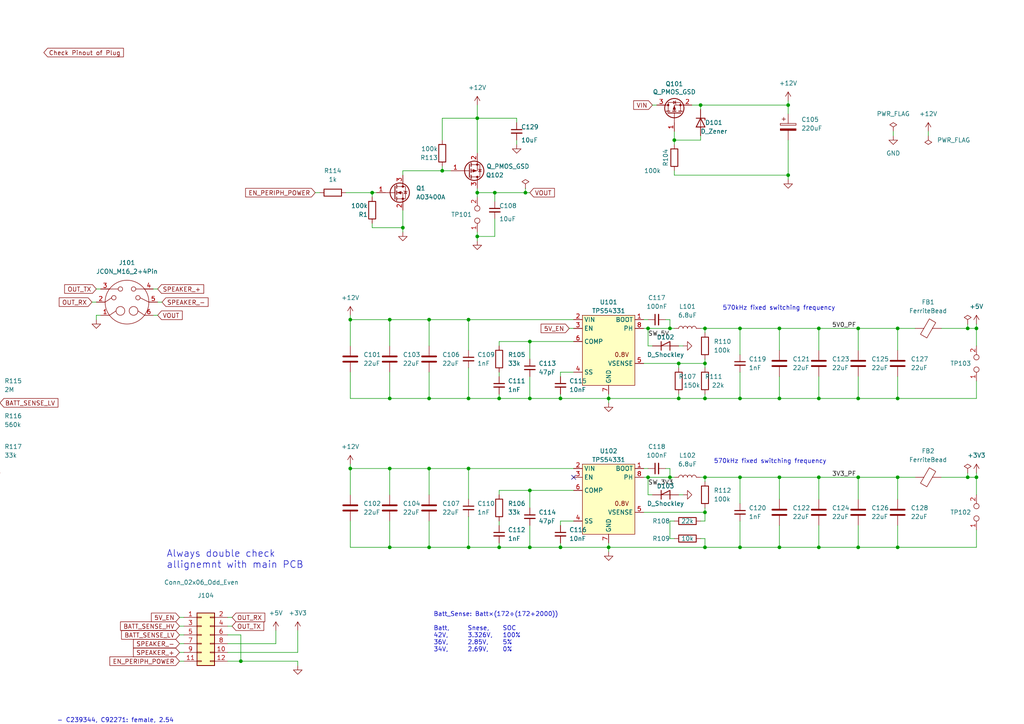
<source format=kicad_sch>
(kicad_sch (version 20230121) (generator eeschema)
  (paper "A4")
  (lib_symbols
    (symbol "+12V_1" (power) (pin_names (offset 0))
      (property "Value" "+12V_1" (at 0 3.556 0))
      (symbol "+12V_1_1_1"
        (pin power_in line (at 0 0 90) (length 0) hide (name "+12V") (number "1"))
      )
    )
    (symbol "+12V_2" (power) (pin_names (offset 0))
      (property "Value" "+12V_2" (at 0 3.556 0))
      (symbol "+12V_2_1_1"
        (pin power_in line (at 0 0 90) (length 0) hide (name "+12V") (number "1"))
      )
    )
    (symbol "+12V_3" (power) (pin_names (offset 0))
      (property "Value" "+12V_3" (at 0 3.556 0))
      (symbol "+12V_3_1_1"
        (pin power_in line (at 0 0 90) (length 0) hide (name "+12V") (number "1"))
      )
    )
    (symbol "+3V3_1" (power) (pin_names (offset 0))
      (property "Value" "+3V3_1" (at 0 3.556 0))
      (symbol "+3V3_1_1_1"
        (pin power_in line (at 0 0 90) (length 0) hide (name "+3V3") (number "1"))
      )
    )
    (symbol "+5V_1" (power) (pin_names (offset 0))
      (property "Value" "+5V_1" (at 0 3.556 0))
      (symbol "+5V_1_1_1"
        (pin power_in line (at 0 0 90) (length 0) hide (name "+5V") (number "1"))
      )
    )
    (symbol "Connector:TestPoint_2Pole" (pin_names (offset 0.762) hide)
      (property "Reference" "TP" (at 0 1.524 0))
      (property "Value" "TestPoint_2Pole" (at 0 -1.778 0))
      (symbol "TestPoint_2Pole_0_1"
        (pin passive line (at -5.08 0 0) (length 2.54) (name "1") (number "1"))
        (pin passive line (at 5.08 0 180) (length 2.54) (name "2") (number "2"))
      )
    )
    (symbol "Connector_Generic:Conn_02x06_Odd_Even" (pin_names (offset 1.016) hide)
      (property "Reference" "J" (at 1.27 7.62 0))
      (property "Value" "Conn_02x06_Odd_Even" (at 1.27 -10.16 0))
      (symbol "Conn_02x06_Odd_Even_1_1"
        (pin passive line (at -5.08 5.08 0) (length 3.81) (name "Pin_1") (number "1"))
        (pin passive line (at 7.62 -5.08 180) (length 3.81) (name "Pin_10") (number "10"))
        (pin passive line (at -5.08 -7.62 0) (length 3.81) (name "Pin_11") (number "11"))
        (pin passive line (at 7.62 -7.62 180) (length 3.81) (name "Pin_12") (number "12"))
        (pin passive line (at 7.62 5.08 180) (length 3.81) (name "Pin_2") (number "2"))
        (pin passive line (at -5.08 2.54 0) (length 3.81) (name "Pin_3") (number "3"))
        (pin passive line (at 7.62 2.54 180) (length 3.81) (name "Pin_4") (number "4"))
        (pin passive line (at -5.08 0 0) (length 3.81) (name "Pin_5") (number "5"))
        (pin passive line (at 7.62 0 180) (length 3.81) (name "Pin_6") (number "6"))
        (pin passive line (at -5.08 -2.54 0) (length 3.81) (name "Pin_7") (number "7"))
        (pin passive line (at 7.62 -2.54 180) (length 3.81) (name "Pin_8") (number "8"))
        (pin passive line (at -5.08 -5.08 0) (length 3.81) (name "Pin_9") (number "9"))
      )
    )
    (symbol "Device:C" (pin_numbers hide) (pin_names (offset 0.254))
      (property "Reference" "C" (at 0.635 2.54 0))
      (property "Value" "C" (at 0.635 -2.54 0))
      (symbol "C_1_1"
        (pin passive line (at 0 3.81 270) (length 2.794) (name "~") (number "1"))
        (pin passive line (at 0 -3.81 90) (length 2.794) (name "~") (number "2"))
      )
    )
    (symbol "Device:C_Polarized" (pin_numbers hide) (pin_names (offset 0.254))
      (property "Reference" "C" (at 0.635 2.54 0))
      (property "Value" "C_Polarized" (at 0.635 -2.54 0))
      (symbol "C_Polarized_1_1"
        (pin passive line (at 0 3.81 270) (length 2.794) (name "~") (number "1"))
        (pin passive line (at 0 -3.81 90) (length 2.794) (name "~") (number "2"))
      )
    )
    (symbol "Device:C_Small" (pin_numbers hide) (pin_names (offset 0.254) hide)
      (property "Reference" "C" (at 0.254 1.778 0))
      (property "Value" "C_Small" (at 0.254 -2.032 0))
      (symbol "C_Small_1_1"
        (pin passive line (at 0 2.54 270) (length 2.032) (name "~") (number "1"))
        (pin passive line (at 0 -2.54 90) (length 2.032) (name "~") (number "2"))
      )
    )
    (symbol "Device:D_Shockley" (pin_numbers hide) (pin_names (offset 1.016) hide)
      (property "Reference" "D" (at 0 2.54 0))
      (property "Value" "D_Shockley" (at 0 -2.54 0))
      (symbol "D_Shockley_1_1"
        (pin passive line (at -3.81 0 0) (length 2.54) (name "K") (number "1"))
        (pin passive line (at 3.81 0 180) (length 2.54) (name "A") (number "2"))
      )
    )
    (symbol "Device:D_Zener" (pin_numbers hide) (pin_names (offset 1.016) hide)
      (property "Reference" "D" (at 0 2.54 0))
      (property "Value" "D_Zener" (at 0 -2.54 0))
      (symbol "D_Zener_1_1"
        (pin passive line (at -3.81 0 0) (length 2.54) (name "K") (number "1"))
        (pin passive line (at 3.81 0 180) (length 2.54) (name "A") (number "2"))
      )
    )
    (symbol "Device:FerriteBead" (pin_numbers hide) (pin_names (offset 0))
      (property "Reference" "FB" (at -3.81 0.635 90))
      (property "Value" "FerriteBead" (at 3.81 0 90))
      (symbol "FerriteBead_1_1"
        (pin passive line (at 0 3.81 270) (length 2.54) (name "~") (number "1"))
        (pin passive line (at 0 -3.81 90) (length 2.54) (name "~") (number "2"))
      )
    )
    (symbol "Device:L" (pin_numbers hide) (pin_names (offset 1.016) hide)
      (property "Reference" "L" (at -1.27 0 90))
      (property "Value" "L" (at 1.905 0 90))
      (symbol "L_1_1"
        (pin passive line (at 0 3.81 270) (length 1.27) (name "1") (number "1"))
        (pin passive line (at 0 -3.81 90) (length 1.27) (name "2") (number "2"))
      )
    )
    (symbol "Device:Q_PMOS_GSD" (pin_names (offset 0) hide)
      (property "Reference" "Q" (at 5.08 1.27 0))
      (property "Value" "Q_PMOS_GSD" (at 5.08 -1.27 0))
      (symbol "Q_PMOS_GSD_1_1"
        (pin input line (at -5.08 0 0) (length 2.54) (name "G") (number "1"))
        (pin passive line (at 2.54 -5.08 90) (length 2.54) (name "S") (number "2"))
        (pin passive line (at 2.54 5.08 270) (length 2.54) (name "D") (number "3"))
      )
    )
    (symbol "Device:R" (pin_numbers hide) (pin_names (offset 0))
      (property "Reference" "R" (at 2.032 0 90))
      (property "Value" "R" (at 0 0 90))
      (symbol "R_1_1"
        (pin passive line (at 0 3.81 270) (length 1.27) (name "~") (number "1"))
        (pin passive line (at 0 -3.81 90) (length 1.27) (name "~") (number "2"))
      )
    )
    (symbol "GND_1" (power) (pin_names (offset 0))
      (property "Value" "GND_1" (at 0 -3.81 0))
      (symbol "GND_1_1_1"
        (pin power_in line (at 0 0 270) (length 0) hide (name "GND") (number "1"))
      )
    )
    (symbol "GND_2" (power) (pin_names (offset 0))
      (property "Value" "GND_2" (at 0 -3.81 0))
      (symbol "GND_2_1_1"
        (pin power_in line (at 0 0 270) (length 0) hide (name "GND") (number "1"))
      )
    )
    (symbol "GND_3" (power) (pin_names (offset 0))
      (property "Value" "GND_3" (at 0 -3.81 0))
      (symbol "GND_3_1_1"
        (pin power_in line (at 0 0 270) (length 0) hide (name "GND") (number "1"))
      )
    )
    (symbol "GND_4" (power) (pin_names (offset 0))
      (property "Value" "GND_4" (at 0 -3.81 0))
      (symbol "GND_4_1_1"
        (pin power_in line (at 0 0 270) (length 0) hide (name "GND") (number "1"))
      )
    )
    (symbol "GND_6" (power) (pin_names (offset 0))
      (property "Value" "GND_6" (at 0 -3.81 0))
      (symbol "GND_6_1_1"
        (pin power_in line (at 0 0 270) (length 0) hide (name "GND") (number "1"))
      )
    )
    (symbol "GND_7" (power) (pin_names (offset 0))
      (property "Value" "GND_7" (at 0 -3.81 0))
      (symbol "GND_7_1_1"
        (pin power_in line (at 0 0 270) (length 0) hide (name "GND") (number "1"))
      )
    )
    (symbol "GND_8" (power) (pin_names (offset 0))
      (property "Value" "GND_8" (at 0 -3.81 0))
      (symbol "GND_8_1_1"
        (pin power_in line (at 0 0 270) (length 0) hide (name "GND") (number "1"))
      )
    )
    (symbol "PWR_FLAG_1" (power) (pin_numbers hide) (pin_names (offset 0) hide)
      (property "Value" "PWR_FLAG_1" (at 0 3.81 0))
      (symbol "PWR_FLAG_1_0_0"
        (pin power_out line (at 0 0 90) (length 0) (name "pwr") (number "1"))
      )
    )
    (symbol "PWR_FLAG_2" (power) (pin_numbers hide) (pin_names (offset 0) hide)
      (property "Value" "PWR_FLAG_2" (at 0 3.81 0))
      (symbol "PWR_FLAG_2_0_0"
        (pin power_out line (at 0 0 90) (length 0) (name "pwr") (number "1"))
      )
    )
    (symbol "PWR_FLAG_4" (power) (pin_numbers hide) (pin_names (offset 0) hide)
      (property "Value" "PWR_FLAG_4" (at 0 3.81 0))
      (symbol "PWR_FLAG_4_0_0"
        (pin power_out line (at 0 0 90) (length 0) (name "pwr") (number "1"))
      )
    )
    (symbol "Transistor_FET:AO3400A" (pin_names hide)
      (property "Reference" "Q" (at 5.08 1.905 0))
      (property "Value" "AO3400A" (at 5.08 0 0))
      (symbol "AO3400A_1_1"
        (pin input line (at -5.08 0 0) (length 2.54) (name "G") (number "1"))
        (pin passive line (at 2.54 -5.08 90) (length 2.54) (name "S") (number "2"))
        (pin passive line (at 2.54 5.08 270) (length 2.54) (name "D") (number "3"))
      )
    )
    (symbol "cacophony-library:JCON_M16_04Pin"
      (property "Reference" "J" (at 0 11.43 0))
      (property "Value" "JCON_M16_04Pin" (at 0 8.89 0))
      (symbol "JCON_M16_04Pin_1_1"
        (pin passive line (at -8.89 6.35 0) (length 2.54) (name "") (number "1"))
        (pin passive line (at -8.89 -6.35 0) (length 2.54) (name "") (number "2"))
        (pin passive line (at 8.89 -6.35 180) (length 2.54) (name "") (number "3"))
        (pin passive line (at 8.89 6.35 180) (length 2.54) (name "") (number "4"))
      )
    )
    (symbol "cacophony-library:JCON_M16_2+4Pin"
      (property "Reference" "J" (at 0 7.62 0))
      (property "Value" "JCON_M16_2+4Pin" (at -7.62 12.7 0))
      (symbol "JCON_M16_2+4Pin_1_1"
        (pin passive line (at -7.62 -3.81 0) (length 2.54) (name "") (number "1"))
        (pin passive line (at -8.89 0 0) (length 2.54) (name "") (number "2"))
        (pin passive line (at -7.62 3.81 0) (length 2.54) (name "") (number "3"))
        (pin passive line (at 7.62 3.81 180) (length 2.54) (name "") (number "4"))
        (pin passive line (at 8.89 0 180) (length 2.54) (name "") (number "5"))
        (pin passive line (at 7.62 -3.81 180) (length 2.54) (name "") (number "6"))
      )
    )
    (symbol "cacophony-library:TPS54331"
      (property "Reference" "U" (at 1.27 1.27 0))
      (property "Value" "TPS54331" (at 1.27 -1.27 0))
      (symbol "TPS54331_0_0"
        (text "0.8V" (at 5.08 -15.24 0) (effects (font (size 1.27 1.27))))
      )
      (symbol "TPS54331_1_1"
        (pin input line (at 11.43 -5.08 180) (length 2.54) (name "BOOT") (number "1"))
        (pin input line (at -8.89 -5.08 0) (length 2.54) (name "VIN") (number "2"))
        (pin input line (at -8.89 -7.62 0) (length 2.54) (name "EN") (number "3"))
        (pin input line (at -8.89 -20.32 0) (length 2.54) (name "SS") (number "4"))
        (pin input line (at 11.43 -17.78 180) (length 2.54) (name "VSENSE") (number "5"))
        (pin input line (at -8.89 -11.43 0) (length 2.54) (name "COMP") (number "6"))
        (pin input line (at 1.27 -26.67 90) (length 2.54) (name "GND") (number "7"))
        (pin input line (at 11.43 -7.62 180) (length 2.54) (name "PH") (number "8"))
      )
    )
    (symbol "power:+12V" (power) (pin_names (offset 0))
      (property "Value" "+12V" (at 0 3.556 0))
      (symbol "+12V_1_1"
        (pin power_in line (at 0 0 90) (length 0) hide (name "+12V") (number "1"))
      )
    )
    (symbol "power:+3V3" (power) (pin_names (offset 0))
      (property "Value" "+3V3" (at 0 3.556 0))
      (symbol "+3V3_1_1"
        (pin power_in line (at 0 0 90) (length 0) hide (name "+3V3") (number "1"))
      )
    )
    (symbol "power:+5V" (power) (pin_names (offset 0))
      (property "Value" "+5V" (at 0 3.556 0))
      (symbol "+5V_1_1"
        (pin power_in line (at 0 0 90) (length 0) hide (name "+5V") (number "1"))
      )
    )
    (symbol "power:GND" (power) (pin_names (offset 0))
      (property "Value" "GND" (at 0 -3.81 0))
      (symbol "GND_1_1"
        (pin power_in line (at 0 0 270) (length 0) hide (name "GND") (number "1"))
      )
    )
    (symbol "power:PWR_FLAG" (power) (pin_numbers hide) (pin_names (offset 0) hide)
      (property "Value" "PWR_FLAG" (at 0 3.81 0))
      (symbol "PWR_FLAG_0_0"
        (pin power_out line (at 0 0 90) (length 0) (name "pwr") (number "1"))
      )
    )
  )
  (junction (at 283.21 95.25))
  (junction (at 124.46 115.57))
  (junction (at 260.35 115.57))
  (junction (at 116.84 66.04))
  (junction (at 194.31 95.25))
  (junction (at 226.06 138.43))
  (junction (at 101.6 92.71))
  (junction (at 194.31 138.43))
  (junction (at 144.78 115.57))
  (junction (at 187.96 138.43))
  (junction (at -22.86 116.84))
  (junction (at 214.63 95.25))
  (junction (at 226.06 95.25))
  (junction (at 135.89 115.57))
  (junction (at 248.92 95.25))
  (junction (at 153.67 115.57))
  (junction (at 107.95 55.88))
  (junction (at 124.46 92.71))
  (junction (at 138.43 34.29))
  (junction (at 135.89 158.75))
  (junction (at 248.92 158.75))
  (junction (at 138.43 55.88))
  (junction (at 204.47 148.59))
  (junction (at 204.47 138.43))
  (junction (at 280.67 95.25))
  (junction (at 128.27 49.53))
  (junction (at 204.47 95.25))
  (junction (at 196.85 105.41))
  (junction (at 162.56 158.75))
  (junction (at 113.03 92.71))
  (junction (at 226.06 158.75))
  (junction (at 214.63 158.75))
  (junction (at 124.46 135.89))
  (junction (at 196.85 115.57))
  (junction (at 176.53 158.75))
  (junction (at 135.89 92.71))
  (junction (at 237.49 95.25))
  (junction (at 135.89 135.89))
  (junction (at 237.49 138.43))
  (junction (at 153.67 158.75))
  (junction (at 214.63 115.57))
  (junction (at 101.6 135.89))
  (junction (at 283.21 138.43))
  (junction (at 260.35 138.43))
  (junction (at 280.67 138.43))
  (junction (at 176.53 115.57))
  (junction (at 124.46 158.75))
  (junction (at 228.6 30.48))
  (junction (at 153.67 99.06))
  (junction (at 187.96 95.25))
  (junction (at 204.47 158.75))
  (junction (at -22.86 106.68))
  (junction (at 226.06 115.57))
  (junction (at 153.67 142.24))
  (junction (at 204.47 105.41))
  (junction (at 214.63 138.43))
  (junction (at 260.35 95.25))
  (junction (at 138.43 68.58))
  (junction (at 203.2 30.48))
  (junction (at 248.92 138.43))
  (junction (at -1.27 116.84))
  (junction (at 113.03 135.89))
  (junction (at 113.03 115.57))
  (junction (at 113.03 158.75))
  (junction (at 237.49 158.75))
  (junction (at 143.51 55.88))
  (junction (at 69.85 191.77))
  (junction (at 162.56 115.57))
  (junction (at 248.92 115.57))
  (junction (at 228.6 50.8))
  (junction (at 144.78 158.75))
  (junction (at 237.49 115.57))
  (junction (at 195.58 40.64))
  (junction (at 204.47 115.57))
  (junction (at 152.4 55.88))
  (junction (at 260.35 158.75))
  (no_connect (at 166.37 138.43))
  (no_connect (at -39.37 119.38))
  (wire (pts (xy 44.45 83.82) (xy 45.72 83.82)))
  (wire (pts (xy 228.6 30.48) (xy 228.6 33.02)))
  (wire (pts (xy 214.63 151.13) (xy 214.63 158.75)))
  (wire (pts (xy 237.49 138.43) (xy 237.49 144.78)))
  (wire (pts (xy 153.67 99.06) (xy 153.67 104.14)))
  (wire (pts (xy -59.69 106.68) (xy -58.42 106.68)))
  (wire (pts (xy 26.67 87.63) (xy 27.94 87.63)))
  (wire (pts (xy 203.2 151.13) (xy 204.47 151.13)))
  (wire (pts (xy 248.92 95.25) (xy 248.92 101.6)))
  (wire (pts (xy 138.43 68.58) (xy 138.43 69.85)))
  (wire (pts (xy -22.86 134.62) (xy -22.86 135.89)))
  (wire (pts (xy 166.37 92.71) (xy 135.89 92.71)))
  (wire (pts (xy 280.67 138.43) (xy 283.21 138.43)))
  (wire (pts (xy 128.27 40.64) (xy 128.27 34.29)))
  (wire (pts (xy 67.31 179.07) (xy 66.04 179.07)))
  (wire (pts (xy 101.6 91.44) (xy 101.6 92.71)))
  (wire (pts (xy 91.44 55.88) (xy 92.71 55.88)))
  (wire (pts (xy 153.67 109.22) (xy 153.67 115.57)))
  (wire (pts (xy 214.63 138.43) (xy 214.63 146.05)))
  (wire (pts (xy 273.05 95.25) (xy 280.67 95.25)))
  (wire (pts (xy 152.4 54.61) (xy 152.4 55.88)))
  (wire (pts (xy -1.27 134.62) (xy -1.27 135.89)))
  (wire (pts (xy 204.47 96.52) (xy 204.47 95.25)))
  (wire (pts (xy 138.43 55.88) (xy 138.43 57.15)))
  (wire (pts (xy 204.47 114.3) (xy 204.47 115.57)))
  (wire (pts (xy 203.2 30.48) (xy 203.2 31.75)))
  (wire (pts (xy 52.07 179.07) (xy 53.34 179.07)))
  (wire (pts (xy 260.35 95.25) (xy 265.43 95.25)))
  (wire (pts (xy 187.96 95.25) (xy 194.31 95.25)))
  (wire (pts (xy 66.04 189.23) (xy 86.36 189.23)))
  (wire (pts (xy 166.37 95.25) (xy 165.1 95.25)))
  (wire (pts (xy 107.95 66.04) (xy 116.84 66.04)))
  (wire (pts (xy 153.67 99.06) (xy 166.37 99.06)))
  (wire (pts (xy 237.49 95.25) (xy 237.49 101.6)))
  (wire (pts (xy 86.36 191.77) (xy 69.85 191.77)))
  (wire (pts (xy 135.89 135.89) (xy 166.37 135.89)))
  (wire (pts (xy 204.47 95.25) (xy 203.2 95.25)))
  (wire (pts (xy 248.92 152.4) (xy 248.92 158.75)))
  (wire (pts (xy 186.69 105.41) (xy 196.85 105.41)))
  (wire (pts (xy 144.78 142.24) (xy 153.67 142.24)))
  (wire (pts (xy 107.95 55.88) (xy 107.95 57.15)))
  (wire (pts (xy 248.92 109.22) (xy 248.92 115.57)))
  (wire (pts (xy -1.27 115.57) (xy -1.27 116.84)))
  (wire (pts (xy 149.86 35.56) (xy 149.86 34.29)))
  (wire (pts (xy -1.27 107.95) (xy -1.27 106.68)))
  (wire (pts (xy 69.85 191.77) (xy 69.85 184.15)))
  (wire (pts (xy 128.27 49.53) (xy 128.27 48.26)))
  (wire (pts (xy 101.6 107.95) (xy 101.6 115.57)))
  (wire (pts (xy 283.21 110.49) (xy 283.21 115.57)))
  (wire (pts (xy 138.43 34.29) (xy 149.86 34.29)))
  (wire (pts (xy 189.23 30.48) (xy 190.5 30.48)))
  (wire (pts (xy 45.72 87.63) (xy 46.99 87.63)))
  (wire (pts (xy 144.78 115.57) (xy 144.78 114.3)))
  (wire (pts (xy -22.86 115.57) (xy -22.86 116.84)))
  (wire (pts (xy 144.78 100.33) (xy 144.78 99.06)))
  (wire (pts (xy 27.94 91.44) (xy 29.21 91.44)))
  (wire (pts (xy 144.78 143.51) (xy 144.78 142.24)))
  (wire (pts (xy 52.07 191.77) (xy 53.34 191.77)))
  (wire (pts (xy 162.56 115.57) (xy 162.56 114.3)))
  (wire (pts (xy 66.04 186.69) (xy 80.01 186.69)))
  (wire (pts (xy 196.85 115.57) (xy 204.47 115.57)))
  (wire (pts (xy 194.31 156.21) (xy 194.31 151.13)))
  (wire (pts (xy 52.07 189.23) (xy 53.34 189.23)))
  (wire (pts (xy 80.01 182.88) (xy 80.01 186.69)))
  (wire (pts (xy 260.35 158.75) (xy 260.35 152.4)))
  (wire (pts (xy 283.21 158.75) (xy 260.35 158.75)))
  (wire (pts (xy 283.21 93.98) (xy 283.21 95.25)))
  (wire (pts (xy 189.23 100.33) (xy 187.96 100.33)))
  (wire (pts (xy 144.78 99.06) (xy 153.67 99.06)))
  (wire (pts (xy 248.92 158.75) (xy 260.35 158.75)))
  (wire (pts (xy 204.47 105.41) (xy 204.47 104.14)))
  (wire (pts (xy 204.47 156.21) (xy 204.47 158.75)))
  (wire (pts (xy -1.27 125.73) (xy -1.27 127)))
  (wire (pts (xy 194.31 92.71) (xy 193.04 92.71)))
  (wire (pts (xy 152.4 55.88) (xy 153.67 55.88)))
  (wire (pts (xy 187.96 143.51) (xy 187.96 138.43)))
  (wire (pts (xy 237.49 138.43) (xy 248.92 138.43)))
  (wire (pts (xy 214.63 107.95) (xy 214.63 115.57)))
  (wire (pts (xy -40.64 106.68) (xy -22.86 106.68)))
  (wire (pts (xy 259.08 38.1) (xy 259.08 39.37)))
  (wire (pts (xy 204.47 138.43) (xy 214.63 138.43)))
  (wire (pts (xy 176.53 115.57) (xy 176.53 116.84)))
  (wire (pts (xy 203.2 156.21) (xy 204.47 156.21)))
  (wire (pts (xy 101.6 92.71) (xy 101.6 100.33)))
  (wire (pts (xy 162.56 152.4) (xy 162.56 151.13)))
  (wire (pts (xy 128.27 49.53) (xy 116.84 49.53)))
  (wire (pts (xy 162.56 107.95) (xy 166.37 107.95)))
  (wire (pts (xy 214.63 158.75) (xy 226.06 158.75)))
  (wire (pts (xy 200.66 30.48) (xy 203.2 30.48)))
  (wire (pts (xy 204.47 115.57) (xy 214.63 115.57)))
  (wire (pts (xy 153.67 115.57) (xy 144.78 115.57)))
  (wire (pts (xy 138.43 68.58) (xy 143.51 68.58)))
  (wire (pts (xy 248.92 138.43) (xy 260.35 138.43)))
  (wire (pts (xy 273.05 138.43) (xy 280.67 138.43)))
  (wire (pts (xy 280.67 93.98) (xy 280.67 95.25)))
  (wire (pts (xy 124.46 115.57) (xy 135.89 115.57)))
  (wire (pts (xy -59.69 107.95) (xy -59.69 106.68)))
  (wire (pts (xy 228.6 50.8) (xy 228.6 52.07)))
  (wire (pts (xy 226.06 115.57) (xy 226.06 109.22)))
  (wire (pts (xy 260.35 138.43) (xy 265.43 138.43)))
  (wire (pts (xy 194.31 95.25) (xy 194.31 92.71)))
  (wire (pts (xy 226.06 95.25) (xy 237.49 95.25)))
  (wire (pts (xy 204.47 105.41) (xy 204.47 106.68)))
  (wire (pts (xy 195.58 50.8) (xy 228.6 50.8)))
  (wire (pts (xy 101.6 158.75) (xy 113.03 158.75)))
  (wire (pts (xy 214.63 115.57) (xy 226.06 115.57)))
  (wire (pts (xy 66.04 184.15) (xy 69.85 184.15)))
  (wire (pts (xy 186.69 92.71) (xy 187.96 92.71)))
  (wire (pts (xy 237.49 115.57) (xy 237.49 109.22)))
  (wire (pts (xy 107.95 64.77) (xy 107.95 66.04)))
  (wire (pts (xy 195.58 40.64) (xy 203.2 40.64)))
  (wire (pts (xy 186.69 135.89) (xy 187.96 135.89)))
  (wire (pts (xy 186.69 138.43) (xy 187.96 138.43)))
  (wire (pts (xy 143.51 55.88) (xy 143.51 58.42)))
  (wire (pts (xy 226.06 138.43) (xy 226.06 144.78)))
  (wire (pts (xy 138.43 30.48) (xy 138.43 34.29)))
  (wire (pts (xy 204.47 139.7) (xy 204.47 138.43)))
  (wire (pts (xy 113.03 135.89) (xy 113.03 143.51)))
  (wire (pts (xy 176.53 114.3) (xy 176.53 115.57)))
  (wire (pts (xy 116.84 60.96) (xy 116.84 66.04)))
  (wire (pts (xy 86.36 189.23) (xy 86.36 182.88)))
  (wire (pts (xy 186.69 95.25) (xy 187.96 95.25)))
  (wire (pts (xy 116.84 66.04) (xy 116.84 67.31)))
  (wire (pts (xy 237.49 158.75) (xy 237.49 152.4)))
  (wire (pts (xy 27.94 92.71) (xy 27.94 91.44)))
  (wire (pts (xy 186.69 148.59) (xy 204.47 148.59)))
  (wire (pts (xy 283.21 95.25) (xy 283.21 100.33)))
  (wire (pts (xy 113.03 92.71) (xy 124.46 92.71)))
  (wire (pts (xy 162.56 151.13) (xy 166.37 151.13)))
  (wire (pts (xy 86.36 191.77) (xy 86.36 193.04)))
  (wire (pts (xy 135.89 92.71) (xy 135.89 101.6)))
  (wire (pts (xy 226.06 95.25) (xy 226.06 101.6)))
  (wire (pts (xy 135.89 158.75) (xy 144.78 158.75)))
  (wire (pts (xy 204.47 158.75) (xy 214.63 158.75)))
  (wire (pts (xy -22.86 106.68) (xy -1.27 106.68)))
  (wire (pts (xy 196.85 114.3) (xy 196.85 115.57)))
  (wire (pts (xy 138.43 67.31) (xy 138.43 68.58)))
  (wire (pts (xy 176.53 158.75) (xy 204.47 158.75)))
  (wire (pts (xy 135.89 149.86) (xy 135.89 158.75)))
  (wire (pts (xy 196.85 100.33) (xy 198.12 100.33)))
  (wire (pts (xy 204.47 95.25) (xy 214.63 95.25)))
  (wire (pts (xy 283.21 115.57) (xy 260.35 115.57)))
  (wire (pts (xy 195.58 40.64) (xy 195.58 41.91)))
  (wire (pts (xy 237.49 95.25) (xy 248.92 95.25)))
  (wire (pts (xy 280.67 95.25) (xy 283.21 95.25)))
  (wire (pts (xy 52.07 181.61) (xy 53.34 181.61)))
  (wire (pts (xy 195.58 40.64) (xy 195.58 38.1)))
  (wire (pts (xy 194.31 138.43) (xy 194.31 135.89)))
  (wire (pts (xy 248.92 115.57) (xy 260.35 115.57)))
  (wire (pts (xy 113.03 92.71) (xy 113.03 100.33)))
  (wire (pts (xy 27.94 83.82) (xy 29.21 83.82)))
  (wire (pts (xy 203.2 39.37) (xy 203.2 40.64)))
  (wire (pts (xy 194.31 138.43) (xy 195.58 138.43)))
  (wire (pts (xy 204.47 148.59) (xy 204.47 147.32)))
  (wire (pts (xy 130.81 49.53) (xy 128.27 49.53)))
  (wire (pts (xy 66.04 191.77) (xy 69.85 191.77)))
  (wire (pts (xy 204.47 148.59) (xy 204.47 151.13)))
  (wire (pts (xy 189.23 143.51) (xy 187.96 143.51)))
  (wire (pts (xy 176.53 158.75) (xy 176.53 160.02)))
  (wire (pts (xy 176.53 157.48) (xy 176.53 158.75)))
  (wire (pts (xy 144.78 151.13) (xy 144.78 152.4)))
  (wire (pts (xy 124.46 92.71) (xy 124.46 100.33)))
  (wire (pts (xy 226.06 158.75) (xy 237.49 158.75)))
  (wire (pts (xy 196.85 105.41) (xy 196.85 106.68)))
  (wire (pts (xy -22.86 106.68) (xy -22.86 107.95)))
  (wire (pts (xy 260.35 115.57) (xy 260.35 109.22)))
  (wire (pts (xy 149.86 40.64) (xy 149.86 41.91)))
  (wire (pts (xy 144.78 107.95) (xy 144.78 109.22)))
  (wire (pts (xy -1.27 116.84) (xy 0 116.84)))
  (wire (pts (xy 176.53 115.57) (xy 162.56 115.57)))
  (wire (pts (xy 194.31 95.25) (xy 195.58 95.25)))
  (wire (pts (xy 228.6 29.21) (xy 228.6 30.48)))
  (wire (pts (xy 153.67 142.24) (xy 166.37 142.24)))
  (wire (pts (xy 214.63 95.25) (xy 214.63 102.87)))
  (wire (pts (xy -40.64 119.38) (xy -39.37 119.38)))
  (wire (pts (xy 138.43 34.29) (xy 138.43 44.45)))
  (wire (pts (xy 124.46 158.75) (xy 135.89 158.75)))
  (wire (pts (xy -22.86 125.73) (xy -22.86 127)))
  (wire (pts (xy 113.03 158.75) (xy 124.46 158.75)))
  (wire (pts (xy 283.21 137.16) (xy 283.21 138.43)))
  (wire (pts (xy 124.46 135.89) (xy 124.46 143.51)))
  (wire (pts (xy 66.04 181.61) (xy 67.31 181.61)))
  (wire (pts (xy 203.2 30.48) (xy 228.6 30.48)))
  (wire (pts (xy -22.86 116.84) (xy -21.59 116.84)))
  (wire (pts (xy 124.46 92.71) (xy 135.89 92.71)))
  (wire (pts (xy 196.85 143.51) (xy 198.12 143.51)))
  (wire (pts (xy 124.46 135.89) (xy 113.03 135.89)))
  (wire (pts (xy 113.03 107.95) (xy 113.03 115.57)))
  (wire (pts (xy 228.6 50.8) (xy 228.6 40.64)))
  (wire (pts (xy 248.92 138.43) (xy 248.92 144.78)))
  (wire (pts (xy 143.51 55.88) (xy 152.4 55.88)))
  (wire (pts (xy 144.78 158.75) (xy 144.78 157.48)))
  (wire (pts (xy 237.49 158.75) (xy 248.92 158.75)))
  (wire (pts (xy 176.53 158.75) (xy 162.56 158.75)))
  (wire (pts (xy 196.85 105.41) (xy 204.47 105.41)))
  (wire (pts (xy 52.07 184.15) (xy 53.34 184.15)))
  (wire (pts (xy 162.56 109.22) (xy 162.56 107.95)))
  (wire (pts (xy -22.86 116.84) (xy -22.86 118.11)))
  (wire (pts (xy 101.6 135.89) (xy 101.6 143.51)))
  (wire (pts (xy 113.03 151.13) (xy 113.03 158.75)))
  (wire (pts (xy 135.89 115.57) (xy 144.78 115.57)))
  (wire (pts (xy 226.06 115.57) (xy 237.49 115.57)))
  (wire (pts (xy 194.31 151.13) (xy 195.58 151.13)))
  (wire (pts (xy 194.31 135.89) (xy 193.04 135.89)))
  (wire (pts (xy 214.63 95.25) (xy 226.06 95.25)))
  (wire (pts (xy 153.67 152.4) (xy 153.67 158.75)))
  (wire (pts (xy 143.51 68.58) (xy 143.51 63.5)))
  (wire (pts (xy 237.49 115.57) (xy 248.92 115.57)))
  (wire (pts (xy 280.67 137.16) (xy 280.67 138.43)))
  (wire (pts (xy 214.63 138.43) (xy 226.06 138.43)))
  (wire (pts (xy 153.67 142.24) (xy 153.67 147.32)))
  (wire (pts (xy 124.46 107.95) (xy 124.46 115.57)))
  (wire (pts (xy -1.27 116.84) (xy -1.27 118.11)))
  (wire (pts (xy 260.35 138.43) (xy 260.35 144.78)))
  (wire (pts (xy 124.46 151.13) (xy 124.46 158.75)))
  (wire (pts (xy 101.6 151.13) (xy 101.6 158.75)))
  (wire (pts (xy 135.89 135.89) (xy 135.89 144.78)))
  (wire (pts (xy 176.53 115.57) (xy 196.85 115.57)))
  (wire (pts (xy 269.24 38.1) (xy 269.24 39.37)))
  (wire (pts (xy 187.96 100.33) (xy 187.96 95.25)))
  (wire (pts (xy 204.47 138.43) (xy 203.2 138.43)))
  (wire (pts (xy 138.43 55.88) (xy 143.51 55.88)))
  (wire (pts (xy 248.92 95.25) (xy 260.35 95.25)))
  (wire (pts (xy 135.89 106.68) (xy 135.89 115.57)))
  (wire (pts (xy 113.03 92.71) (xy 101.6 92.71)))
  (wire (pts (xy 101.6 115.57) (xy 113.03 115.57)))
  (wire (pts (xy 101.6 134.62) (xy 101.6 135.89)))
  (wire (pts (xy 226.06 158.75) (xy 226.06 152.4)))
  (wire (pts (xy 162.56 158.75) (xy 153.67 158.75)))
  (wire (pts (xy -59.69 119.38) (xy -58.42 119.38)))
  (wire (pts (xy 100.33 55.88) (xy 107.95 55.88)))
  (wire (pts (xy 135.89 135.89) (xy 124.46 135.89)))
  (wire (pts (xy 153.67 158.75) (xy 144.78 158.75)))
  (wire (pts (xy 113.03 115.57) (xy 124.46 115.57)))
  (wire (pts (xy 44.45 91.44) (xy 45.72 91.44)))
  (wire (pts (xy 138.43 54.61) (xy 138.43 55.88)))
  (wire (pts (xy 52.07 186.69) (xy 53.34 186.69)))
  (wire (pts (xy 260.35 95.25) (xy 260.35 101.6)))
  (wire (pts (xy 187.96 138.43) (xy 194.31 138.43)))
  (wire (pts (xy 107.95 55.88) (xy 109.22 55.88)))
  (wire (pts (xy 195.58 156.21) (xy 194.31 156.21)))
  (wire (pts (xy 283.21 153.67) (xy 283.21 158.75)))
  (wire (pts (xy 162.56 115.57) (xy 153.67 115.57)))
  (wire (pts (xy 283.21 143.51) (xy 283.21 138.43)))
  (wire (pts (xy 116.84 49.53) (xy 116.84 50.8)))
  (wire (pts (xy 162.56 158.75) (xy 162.56 157.48)))
  (wire (pts (xy 128.27 34.29) (xy 138.43 34.29)))
  (wire (pts (xy 101.6 135.89) (xy 113.03 135.89)))
  (wire (pts (xy 226.06 138.43) (xy 237.49 138.43)))
  (wire (pts (xy 195.58 49.53) (xy 195.58 50.8)))
  (text_box "BATT_SENSE_HV (150+22)/(2000+150+22)\nBATT_SENSE_LV (560+33)/(2000+150+22)\n" (at -48.26 74.93 0) (size 41.91 12.7) (fill (type color) (color 255 229 191 1)) (effects (font (size 1.27 1.27)) (justify left top)))
  (text "570kHz fixed switching frequency" (at 207.01 134.62 0) (effects (font (size 1.27 1.27)) (justify left bottom)))
  (text "Always double check \nallignemnt with main PCB" (at 48.26 165.1 0) (effects (font (size 2 2)) (justify left bottom)))
  (text "- C239344, C92271: female, 2.54 \n- C239355: angled, female, 2.54, \n- C239335: angled, male, 2.54\n- BF060-08A-B-0600-0280-0305-L-D: angled, male, 2mm, 6mm mating length" (at 16.51 215.9 0) (effects (font (size 1.27 1.27)) (justify left bottom)))
  (text "Batt_Sense: Batt×(172÷(172+2000))\n\nBatt,	Snese,	SOC\n42V, 	3.326V,	100%\n36V, 	2.85V,	5%\n34V, 	2.69V,	0%\n" (at 125.73 189.23 0) (effects (font (size 1.27 1.27)) (justify left bottom)))
  (text "570kHz fixed switching frequency" (at 209.55 90.17 0) (effects (font (size 1.27 1.27)) (justify left bottom)))
  (label "SW_3V3" (at 187.96 140.97 0))
  (label "5V0_PF" (at 241.3 95.25 0))
  (label "Ch_GND" (at -39.37 119.38 0))
  (label "SW_5V" (at 187.96 97.79 0))
  (label "3V3_PF" (at 241.3 138.43 0))
  (label "+Batt" (at -39.37 106.68 0))
  (global_label "VOUT" (shape input) (at 153.67 55.88 0) (property "Intersheetrefs" "${INTERSHEET_REFS}" (effects hide)))
  (global_label "5V_EN" (shape input) (at 165.1 95.25 180) (property "Intersheetrefs" "${INTERSHEET_REFS}" (effects hide)))
  (global_label "SPEAKER_-" (shape input) (at 46.99 87.63 0) (property "Intersheetrefs" "${INTERSHEET_REFS}" (effects hide)))
  (global_label "SPEAKER_-" (shape input) (at 52.07 186.69 180) (property "Intersheetrefs" "${INTERSHEET_REFS}" (effects hide)))
  (global_label "BATT_SENSE_LV" (shape input) (at 0 116.84 0) (property "Intersheetrefs" "${INTERSHEET_REFS}" (effects hide)))
  (global_label "SPEAKER_+" (shape input) (at 52.07 189.23 180) (property "Intersheetrefs" "${INTERSHEET_REFS}" (effects hide)))
  (global_label "EN_PERIPH_POWER" (shape input) (at 91.44 55.88 180) (property "Intersheetrefs" "${INTERSHEET_REFS}" (effects hide)))
  (global_label "Check Pinout of Plug" (shape input) (at 12.7 15.24 0) (property "Intersheetrefs" "${INTERSHEET_REFS}" (effects hide)))
  (global_label "VIN" (shape input) (at -59.69 119.38 180) (property "Intersheetrefs" "${INTERSHEET_REFS}" (effects hide)))
  (global_label "OUT_RX" (shape input) (at 26.67 87.63 180) (property "Intersheetrefs" "${INTERSHEET_REFS}" (effects hide)))
  (global_label "VOUT" (shape input) (at 45.72 91.44 0) (property "Intersheetrefs" "${INTERSHEET_REFS}" (effects hide)))
  (global_label "OUT_RX" (shape input) (at 67.31 179.07 0) (property "Intersheetrefs" "${INTERSHEET_REFS}" (effects hide)))
  (global_label "BATT_SENSE_HV" (shape input) (at 52.07 181.61 180) (property "Intersheetrefs" "${INTERSHEET_REFS}" (effects hide)))
  (global_label "OUT_TX" (shape input) (at 67.31 181.61 0) (property "Intersheetrefs" "${INTERSHEET_REFS}" (effects hide)))
  (global_label "EN_PERIPH_POWER" (shape input) (at 52.07 191.77 180) (property "Intersheetrefs" "${INTERSHEET_REFS}" (effects hide)))
  (global_label "BATT_SENSE_HV" (shape input) (at -21.59 116.84 0) (property "Intersheetrefs" "${INTERSHEET_REFS}" (effects hide)))
  (global_label "VIN" (shape input) (at 189.23 30.48 180) (property "Intersheetrefs" "${INTERSHEET_REFS}" (effects hide)))
  (global_label "OUT_TX" (shape input) (at 27.94 83.82 180) (property "Intersheetrefs" "${INTERSHEET_REFS}" (effects hide)))
  (global_label "BATT_SENSE_LV" (shape input) (at 52.07 184.15 180) (property "Intersheetrefs" "${INTERSHEET_REFS}" (effects hide)))
  (global_label "5V_EN" (shape input) (at 52.07 179.07 180) (property "Intersheetrefs" "${INTERSHEET_REFS}" (effects hide)))
  (global_label "SPEAKER_+" (shape input) (at 45.72 83.82 0) (property "Intersheetrefs" "${INTERSHEET_REFS}" (effects hide)))
  (symbol (lib_id "Device:D_Shockley") (at 193.04 100.33 0) (unit 1)
    (property "Reference" "D102" (at 193.04 97.79 0))
    (property "Value" "D_Shockley" (at 193.04 102.87 0))
    (property "Footprint" "Diode_SMD:D_SMA" (effects hide))
    (property "LCSC" "C22452" (effects hide))
  )
  (symbol (lib_id "power:GND") (at 86.36 193.04 0) (mirror y) (unit 1)
    (property "Reference" "#PWR03" (effects hide))
    (property "Value" "GND" (effects hide))
  )
  (symbol (lib_name "PWR_FLAG_1") (lib_id "power:PWR_FLAG") (at 259.08 38.1 0) (unit 1)
    (property "Reference" "#FLG0102" (effects hide))
    (property "Value" "PWR_FLAG" (at 259.08 33.02 0))
  )
  (symbol (lib_name "GND_8") (lib_id "power:GND") (at -1.27 135.89 0) (unit 1)
    (property "Reference" "#PWR0104" (effects hide))
    (property "Value" "GND" (effects hide))
  )
  (symbol (lib_id "Device:C") (at 101.6 104.14 0) (unit 1)
    (property "Reference" "C101" (at 105.41 102.8699 0) (effects (justify left)))
    (property "Value" "22uF" (at 105.41 105.4099 0) (effects (justify left)))
    (property "Footprint" "Capacitor_SMD:C_0805_2012Metric" (effects hide))
    (property "LCSC" "C602037" (effects hide))
  )
  (symbol (lib_id "Device:C") (at 226.06 105.41 0) (unit 1)
    (property "Reference" "C121" (at 229.87 104.1399 0) (effects (justify left)))
    (property "Value" "22uF" (at 229.87 106.6799 0) (effects (justify left)))
    (property "Footprint" "Capacitor_SMD:C_0603_1608Metric" (effects hide))
    (property "LCSC" "C2980159" (effects hide))
  )
  (symbol (lib_id "Device:C") (at 226.06 148.59 0) (unit 1)
    (property "Reference" "C122" (at 229.87 147.3199 0) (effects (justify left)))
    (property "Value" "22uF" (at 229.87 149.8599 0) (effects (justify left)))
    (property "Footprint" "Capacitor_SMD:C_0603_1608Metric" (effects hide))
    (property "LCSC" "C2980159" (effects hide))
  )
  (symbol (lib_id "Device:R") (at 204.47 100.33 0) (unit 1)
    (property "Reference" "R110" (at 207.01 99.0599 0) (effects (justify left)))
    (property "Value" "100k" (at 207.01 101.5999 0) (effects (justify left)))
    (property "Footprint" "Resistor_SMD:R_0402_1005Metric" (effects hide))
    (property "LCSC" "C25741" (effects hide))
  )
  (symbol (lib_id "Device:L") (at 199.39 138.43 90) (unit 1)
    (property "Reference" "L102" (at 199.39 132.08 90))
    (property "Value" "6.8uF" (at 199.39 134.62 90))
    (property "Footprint" "cacophony-library:IND-SMD_L8.0-W8.0_1217AS" (effects hide))
    (property "LCSC" "C83465" (effects hide))
  )
  (symbol (lib_id "power:GND") (at 138.43 69.85 0) (unit 1)
    (property "Reference" "#PWR0124" (effects hide))
    (property "Value" "GND" (effects hide))
  )
  (symbol (lib_id "power:PWR_FLAG") (at 280.67 137.16 0) (unit 1)
    (property "Reference" "#FLG0105" (effects hide))
    (property "Value" "PWR_FLAG" (effects hide))
  )
  (symbol (lib_id "Device:Q_PMOS_GSD") (at 195.58 33.02 90) (unit 1)
    (property "Reference" "Q101" (at 195.58 24.3332 90))
    (property "Value" "Q_PMOS_GSD" (at 195.58 26.67 90))
    (property "Footprint" "Package_TO_SOT_SMD:SOT-23" (effects hide))
    (property "LCSC" "C15127" (effects hide))
  )
  (symbol (lib_id "Device:C") (at 260.35 105.41 0) (unit 1)
    (property "Reference" "C127" (at 264.16 104.1399 0) (effects (justify left)))
    (property "Value" "22uF" (at 264.16 106.6799 0) (effects (justify left)))
    (property "Footprint" "Capacitor_SMD:C_0603_1608Metric" (effects hide))
    (property "LCSC" "C2980159" (effects hide))
  )
  (symbol (lib_id "Device:C_Small") (at 190.5 92.71 90) (unit 1)
    (property "Reference" "C117" (at 190.5063 86.36 90))
    (property "Value" "100nF" (at 190.5063 88.9 90))
    (property "Footprint" "Capacitor_SMD:C_0402_1005Metric" (effects hide))
    (property "LCSC" "C307331" (effects hide))
  )
  (symbol (lib_id "power:GND") (at 116.84 67.31 0) (unit 1)
    (property "Reference" "#PWR0102" (effects hide))
    (property "Value" "GND" (effects hide))
  )
  (symbol (lib_id "Device:C") (at 124.46 147.32 0) (unit 1)
    (property "Reference" "C107" (at 128.27 146.0499 0) (effects (justify left)))
    (property "Value" "22uF" (at 128.27 148.5899 0) (effects (justify left)))
    (property "Footprint" "Capacitor_SMD:C_0805_2012Metric" (effects hide))
    (property "LCSC" "C602037" (effects hide))
  )
  (symbol (lib_name "GND_2") (lib_id "power:GND") (at 228.6 52.07 0) (unit 1)
    (property "Reference" "#PWR0110" (effects hide))
    (property "Value" "GND" (effects hide))
  )
  (symbol (lib_name "+5V_1") (lib_id "power:+5V") (at 283.21 93.98 0) (unit 1)
    (property "Reference" "#PWR0117" (effects hide))
    (property "Value" "+5V" (at 283.21 88.9 0))
  )
  (symbol (lib_id "Device:C") (at 124.46 104.14 0) (unit 1)
    (property "Reference" "C106" (at 128.27 102.8699 0) (effects (justify left)))
    (property "Value" "22uF" (at 128.27 105.4099 0) (effects (justify left)))
    (property "Footprint" "Capacitor_SMD:C_0805_2012Metric" (effects hide))
    (property "LCSC" "C602037" (effects hide))
  )
  (symbol (lib_id "Device:C_Small") (at 153.67 106.68 0) (unit 1)
    (property "Reference" "C113" (at 156.21 105.4162 0) (effects (justify left)))
    (property "Value" "47pF" (at 156.21 107.9562 0) (effects (justify left)))
    (property "Footprint" "Capacitor_SMD:C_0402_1005Metric" (effects hide))
    (property "LCSC" "C1567" (effects hide))
  )
  (symbol (lib_id "Connector_Generic:Conn_02x06_Odd_Even") (at 58.42 184.15 0) (unit 1)
    (property "Reference" "J104" (at 59.69 172.72 0))
    (property "Value" "Conn_02x06_Odd_Even" (at 58.42 168.91 0))
    (property "Footprint" "cacophony-library:PinHeader_2x06_P2.00mm_Horizontal" (effects hide))
    (property "Digikey" "2073-BF060-12A-B-0600-0280-0305-L-D-ND" (effects hide))
  )
  (symbol (lib_name "GND_1") (lib_id "power:GND") (at 259.08 39.37 0) (unit 1)
    (property "Reference" "#PWR0115" (effects hide))
    (property "Value" "GND" (at 259.08 44.45 0))
  )
  (symbol (lib_id "Device:R") (at -22.86 121.92 0) (unit 1)
    (property "Reference" "R102" (at -20.32 120.6499 0) (effects (justify left)))
    (property "Value" "150k" (at -20.32 123.1899 0) (effects (justify left)))
    (property "Footprint" "Resistor_SMD:R_0805_2012Metric" (effects hide))
    (property "LCSC" "C136927" (effects hide))
  )
  (symbol (lib_id "power:GND") (at -59.69 107.95 0) (unit 1)
    (property "Reference" "#PWR0103" (effects hide))
    (property "Value" "GND" (at -59.69 113.03 0))
  )
  (symbol (lib_id "Device:C") (at 113.03 147.32 0) (unit 1)
    (property "Reference" "C104" (at 116.84 146.0499 0) (effects (justify left)))
    (property "Value" "22uF" (at 116.84 148.5899 0) (effects (justify left)))
    (property "Footprint" "Capacitor_SMD:C_0805_2012Metric" (effects hide))
    (property "LCSC" "C602037" (effects hide))
  )
  (symbol (lib_id "Device:R") (at 204.47 143.51 0) (unit 1)
    (property "Reference" "R112" (at 207.01 142.2399 0) (effects (justify left)))
    (property "Value" "100k" (at 207.01 144.7799 0) (effects (justify left)))
    (property "Footprint" "Resistor_SMD:R_0402_1005Metric" (effects hide))
    (property "LCSC" "C25741" (effects hide))
  )
  (symbol (lib_id "Device:C_Small") (at 162.56 154.94 0) (unit 1)
    (property "Reference" "C116" (at 165.1 153.6762 0) (effects (justify left)))
    (property "Value" "10nF" (at 165.1 156.2162 0) (effects (justify left)))
    (property "Footprint" "Capacitor_SMD:C_0402_1005Metric" (effects hide))
    (property "LCSC" "C15195" (effects hide))
  )
  (symbol (lib_id "Device:C") (at 101.6 147.32 0) (unit 1)
    (property "Reference" "C102" (at 105.41 146.0499 0) (effects (justify left)))
    (property "Value" "22uF" (at 105.41 148.5899 0) (effects (justify left)))
    (property "Footprint" "Capacitor_SMD:C_0805_2012Metric" (effects hide))
    (property "LCSC" "C602037" (effects hide))
  )
  (symbol (lib_id "Device:R") (at 144.78 147.32 0) (unit 1)
    (property "Reference" "R106" (at 147.32 146.0499 0) (effects (justify left)))
    (property "Value" "33k" (at 147.32 148.59 0) (effects (justify left)))
    (property "Footprint" "Resistor_SMD:R_0402_1005Metric" (effects hide))
    (property "LCSC" "C25779" (effects hide))
  )
  (symbol (lib_name "GND_8") (lib_id "power:GND") (at -22.86 135.89 0) (unit 1)
    (property "Reference" "#PWR0106" (effects hide))
    (property "Value" "GND" (effects hide))
  )
  (symbol (lib_name "PWR_FLAG_2") (lib_id "power:PWR_FLAG") (at 269.24 39.37 180) (unit 1)
    (property "Reference" "#FLG0103" (effects hide))
    (property "Value" "PWR_FLAG" (at 271.78 40.6399 0) (effects (justify right)))
  )
  (symbol (lib_id "Connector:TestPoint_2Pole") (at 283.21 105.41 90) (unit 1) (in_bom no)
    (property "Reference" "TP103" (at 275.59 105.41 90) (effects (justify right)))
    (property "Value" "TestPoint_2Pole" (effects hide))
    (property "Footprint" "cacophony-library:test-point-2p" (effects hide))
  )
  (symbol (lib_id "Device:R") (at 199.39 151.13 90) (unit 1)
    (property "Reference" "R108" (at 191.77 151.13 90))
    (property "Value" "22k" (at 199.39 151.13 90))
    (property "Footprint" "Resistor_SMD:R_0402_1005Metric" (effects hide))
    (property "LCSC" "C25768" (effects hide))
  )
  (symbol (lib_id "power:+5V") (at 80.01 182.88 0) (unit 1)
    (property "Reference" "#PWR01" (effects hide))
    (property "Value" "+5V" (at 80.01 177.8 0))
  )
  (symbol (lib_id "Device:C_Small") (at 214.63 148.59 0) (unit 1)
    (property "Reference" "C120" (at 217.17 147.3262 0) (effects (justify left)))
    (property "Value" "1nF" (at 217.17 149.8662 0) (effects (justify left)))
    (property "Footprint" "Capacitor_SMD:C_0402_1005Metric" (effects hide))
    (property "LCSC" "C1523" (effects hide))
  )
  (symbol (lib_id "Device:C_Small") (at 135.89 147.32 0) (unit 1)
    (property "Reference" "C110" (at 138.43 146.0562 0) (effects (justify left)))
    (property "Value" "1nF" (at 138.43 148.5962 0) (effects (justify left)))
    (property "Footprint" "Capacitor_SMD:C_0402_1005Metric" (effects hide))
    (property "LCSC" "C1523" (effects hide))
  )
  (symbol (lib_id "power:+3V3") (at 86.36 182.88 0) (unit 1)
    (property "Reference" "#PWR02" (effects hide))
    (property "Value" "+3V3" (at 86.36 177.8 0))
  )
  (symbol (lib_id "Device:C_Small") (at 162.56 111.76 0) (unit 1)
    (property "Reference" "C115" (at 165.1 110.4962 0) (effects (justify left)))
    (property "Value" "10nF" (at 165.1 113.0362 0) (effects (justify left)))
    (property "Footprint" "Capacitor_SMD:C_0402_1005Metric" (effects hide))
    (property "LCSC" "C15195" (effects hide))
  )
  (symbol (lib_id "Device:D_Zener") (at 203.2 35.56 270) (unit 1)
    (property "Reference" "D101" (at 204.47 35.56 90) (effects (justify left)))
    (property "Value" "D_Zener" (at 203.2 38.1 90) (effects (justify left)))
    (property "Footprint" "cacophony-library:LL-34_L3.5-W1.5-RD" (effects hide))
    (property "LCSC" "C8062" (effects hide))
  )
  (symbol (lib_id "Device:R") (at 144.78 104.14 0) (unit 1)
    (property "Reference" "R105" (at 147.32 102.8699 0) (effects (justify left)))
    (property "Value" "33k" (at 147.32 105.41 0) (effects (justify left)))
    (property "Footprint" "Resistor_SMD:R_0402_1005Metric" (effects hide))
    (property "LCSC" "C25779" (effects hide))
  )
  (symbol (lib_id "Device:R") (at 196.85 110.49 180) (unit 1)
    (property "Reference" "R107" (at 199.39 109.22 0))
    (property "Value" "150k" (at 200.66 111.76 0))
    (property "Footprint" "Resistor_SMD:R_0402_1005Metric" (effects hide))
    (property "LCSC" "C25755" (effects hide))
  )
  (symbol (lib_name "+3V3_1") (lib_id "power:+3V3") (at 283.21 137.16 0) (unit 1)
    (property "Reference" "#PWR0118" (effects hide))
    (property "Value" "+3V3" (at 283.21 132.08 0))
  )
  (symbol (lib_id "Connector:TestPoint_2Pole") (at 138.43 62.23 90) (unit 1) (in_bom no)
    (property "Reference" "TP101" (at 130.81 62.23 90) (effects (justify right)))
    (property "Value" "TestPoint_2Pole" (effects hide))
    (property "Footprint" "cacophony-library:test-point-2p" (effects hide))
  )
  (symbol (lib_id "Device:C_Small") (at 144.78 154.94 0) (unit 1)
    (property "Reference" "C112" (at 147.32 153.6762 0) (effects (justify left)))
    (property "Value" "1nF" (at 147.32 156.2162 0) (effects (justify left)))
    (property "Footprint" "Capacitor_SMD:C_0402_1005Metric" (effects hide))
    (property "LCSC" "C1523" (effects hide))
  )
  (symbol (lib_id "Device:C_Small") (at 144.78 111.76 0) (unit 1)
    (property "Reference" "C111" (at 147.32 110.4962 0) (effects (justify left)))
    (property "Value" "1nF" (at 147.32 113.0362 0) (effects (justify left)))
    (property "Footprint" "Capacitor_SMD:C_0402_1005Metric" (effects hide))
    (property "LCSC" "C1523" (effects hide))
  )
  (symbol (lib_name "GND_2") (lib_id "power:GND") (at 27.94 92.71 0) (unit 1)
    (property "Reference" "#PWR0122" (effects hide))
    (property "Value" "GND" (effects hide))
  )
  (symbol (lib_id "Device:R") (at 195.58 45.72 0) (unit 1)
    (property "Reference" "R104" (at 193.04 45.72 90))
    (property "Value" "100k" (at 189.23 49.53 0))
    (property "Footprint" "Resistor_SMD:R_0402_1005Metric" (effects hide))
    (property "LCSC" "C25741" (effects hide))
  )
  (symbol (lib_id "Device:C_Small") (at 153.67 149.86 0) (unit 1)
    (property "Reference" "C114" (at 156.21 148.5962 0) (effects (justify left)))
    (property "Value" "47pF" (at 156.21 151.1362 0) (effects (justify left)))
    (property "Footprint" "Capacitor_SMD:C_0402_1005Metric" (effects hide))
    (property "LCSC" "C1567" (effects hide))
  )
  (symbol (lib_id "cacophony-library:TPS54331") (at 175.26 87.63 0) (unit 1)
    (property "Reference" "U101" (at 176.53 87.63 0))
    (property "Value" "TPS54331" (at 176.53 90.17 0))
    (property "Footprint" "Package_SO:SO-8_3.9x4.9mm_P1.27mm" (effects hide))
    (property "Datasheet" "https://www.ti.com/lit/ds/symlink/tps54331.pdf?ts=1645414638128&ref_url=https%253A%252F%252Fwww.ti.com%252Fproduct%252FTPS54331%253Futm_source%253Dsupplyframe%2526utm_medium%253DSEP%2526utm_campaign%253Dnot_alldatasheet%2526DCM%253Dyes%2526dclid%253DCK-A3uLgj_YCFfKeSwUdmicKLQ" (effects hide))
    (property "LCSC" "C9865" (effects hide))
  )
  (symbol (lib_id "Connector:TestPoint_2Pole") (at 283.21 148.59 90) (unit 1) (in_bom no)
    (property "Reference" "TP102" (at 275.59 148.59 90) (effects (justify right)))
    (property "Value" "TestPoint_2Pole" (effects hide))
    (property "Footprint" "cacophony-library:test-point-2p" (effects hide))
  )
  (symbol (lib_id "Device:R") (at -1.27 111.76 0) (unit 1)
    (property "Reference" "R115" (at 1.27 110.4899 0) (effects (justify left)))
    (property "Value" "2M" (at 1.27 113.0299 0) (effects (justify left)))
    (property "Footprint" "Resistor_SMD:R_1210_3225Metric" (effects hide))
    (property "LCSC" "C304148" (effects hide))
  )
  (symbol (lib_id "Device:C_Polarized") (at 228.6 36.83 0) (unit 1)
    (property "Reference" "C105" (at 232.41 34.6709 0) (effects (justify left)))
    (property "Value" "220uF" (at 232.41 37.2109 0) (effects (justify left)))
    (property "Footprint" "Capacitor_SMD:CP_Elec_8x10" (effects hide))
    (property "LCSC" "C2895286" (effects hide))
  )
  (symbol (lib_id "Device:R") (at -22.86 130.81 0) (unit 1)
    (property "Reference" "R103" (at -20.32 129.5399 0) (effects (justify left)))
    (property "Value" "22k" (at -20.32 132.0799 0) (effects (justify left)))
    (property "Footprint" "Resistor_SMD:R_0805_2012Metric" (effects hide))
    (property "LCSC" "C351592" (effects hide))
  )
  (symbol (lib_id "Device:C") (at 237.49 105.41 0) (unit 1)
    (property "Reference" "C123" (at 241.3 104.1399 0) (effects (justify left)))
    (property "Value" "22uF" (at 241.3 106.6799 0) (effects (justify left)))
    (property "Footprint" "Capacitor_SMD:C_0603_1608Metric" (effects hide))
    (property "LCSC" "C2980159" (effects hide))
  )
  (symbol (lib_name "GND_3") (lib_id "power:GND") (at 198.12 143.51 90) (unit 1)
    (property "Reference" "#PWR0114" (effects hide))
    (property "Value" "GND" (effects hide))
  )
  (symbol (lib_name "+12V_3") (lib_id "power:+12V") (at 101.6 134.62 0) (unit 1)
    (property "Reference" "#PWR0108" (effects hide))
    (property "Value" "+12V" (at 101.6 129.54 0))
  )
  (symbol (lib_id "Device:R") (at 199.39 156.21 90) (unit 1)
    (property "Reference" "R109" (at 191.77 156.21 90))
    (property "Value" "10k" (at 199.39 156.21 90))
    (property "Footprint" "Resistor_SMD:R_0402_1005Metric" (effects hide))
    (property "LCSC" "C25744" (effects hide))
  )
  (symbol (lib_name "+12V_2") (lib_id "power:+12V") (at 228.6 29.21 0) (unit 1)
    (property "Reference" "#PWR0109" (effects hide))
    (property "Value" "+12V" (at 228.6 24.13 0))
  )
  (symbol (lib_name "GND_6") (lib_id "power:GND") (at 176.53 116.84 0) (unit 1)
    (property "Reference" "#PWR0111" (effects hide))
    (property "Value" "GND" (effects hide))
  )
  (symbol (lib_id "Device:L") (at 199.39 95.25 90) (unit 1)
    (property "Reference" "L101" (at 199.39 88.9 90))
    (property "Value" "6.8uF" (at 199.39 91.44 90))
    (property "Footprint" "cacophony-library:IND-SMD_L8.0-W8.0_1217AS" (effects hide))
    (property "LCSC" "C83465" (effects hide))
  )
  (symbol (lib_name "+12V_1") (lib_id "power:+12V") (at 269.24 38.1 0) (unit 1)
    (property "Reference" "#PWR0116" (effects hide))
    (property "Value" "+12V" (at 269.24 33.02 0))
  )
  (symbol (lib_id "Transistor_FET:AO3400A") (at 114.3 55.88 0) (unit 1)
    (property "Reference" "Q1" (at 120.65 54.61 0) (effects (justify left)))
    (property "Value" "AO3400A" (at 120.65 57.15 0) (effects (justify left)))
    (property "Footprint" "Package_TO_SOT_SMD:SOT-23" (effects hide))
    (property "Datasheet" "http://www.aosmd.com/pdfs/datasheet/AO3400A.pdf" (effects hide))
    (property "LCSC" "C20917" (effects hide))
  )
  (symbol (lib_name "PWR_FLAG_4") (lib_id "power:PWR_FLAG") (at 280.67 93.98 0) (unit 1)
    (property "Reference" "#FLG0104" (effects hide))
    (property "Value" "PWR_FLAG" (effects hide))
  )
  (symbol (lib_id "Device:R") (at 96.52 55.88 90) (unit 1)
    (property "Reference" "R114" (at 96.52 49.53 90))
    (property "Value" "1k" (at 96.52 52.07 90))
    (property "Footprint" "Resistor_SMD:R_0402_1005Metric" (effects hide))
    (property "LCSC" "C11702" (effects hide))
  )
  (symbol (lib_id "Device:C") (at 237.49 148.59 0) (unit 1)
    (property "Reference" "C124" (at 241.3 147.3199 0) (effects (justify left)))
    (property "Value" "22uF" (at 241.3 149.8599 0) (effects (justify left)))
    (property "Footprint" "Capacitor_SMD:C_0603_1608Metric" (effects hide))
    (property "LCSC" "C2980159" (effects hide))
  )
  (symbol (lib_id "Device:C_Small") (at 214.63 105.41 0) (unit 1)
    (property "Reference" "C119" (at 217.17 104.1462 0) (effects (justify left)))
    (property "Value" "1nF" (at 217.17 106.6862 0) (effects (justify left)))
    (property "Footprint" "Capacitor_SMD:C_0402_1005Metric" (effects hide))
    (property "LCSC" "C1523" (effects hide))
  )
  (symbol (lib_id "Device:C") (at 260.35 148.59 0) (unit 1)
    (property "Reference" "C128" (at 264.16 147.3199 0) (effects (justify left)))
    (property "Value" "22uF" (at 264.16 149.8599 0) (effects (justify left)))
    (property "Footprint" "Capacitor_SMD:C_0603_1608Metric" (effects hide))
    (property "LCSC" "C2980159" (effects hide))
  )
  (symbol (lib_id "Device:D_Shockley") (at 193.04 143.51 0) (unit 1)
    (property "Reference" "D103" (at 193.04 140.97 0))
    (property "Value" "D_Shockley" (at 193.04 146.05 0))
    (property "Footprint" "Diode_SMD:D_SMA" (effects hide))
    (property "LCSC" "C22452" (effects hide))
  )
  (symbol (lib_name "+12V_2") (lib_id "power:+12V") (at 138.43 30.48 0) (unit 1)
    (property "Reference" "#PWR0121" (effects hide))
    (property "Value" "+12V" (at 138.43 25.4 0))
  )
  (symbol (lib_id "Device:C_Small") (at 143.51 60.96 0) (unit 1)
    (property "Reference" "C108" (at 144.78 59.69 0) (effects (justify left)))
    (property "Value" "10uF" (at 144.78 63.5 0) (effects (justify left)))
    (property "Footprint" "Capacitor_SMD:C_0603_1608Metric" (effects hide))
    (property "LCSC" "C19702" (effects hide))
  )
  (symbol (lib_id "Device:C_Small") (at 135.89 104.14 0) (unit 1)
    (property "Reference" "C109" (at 138.43 102.8762 0) (effects (justify left)))
    (property "Value" "1nF" (at 138.43 105.4162 0) (effects (justify left)))
    (property "Footprint" "Capacitor_SMD:C_0402_1005Metric" (effects hide))
    (property "LCSC" "C1523" (effects hide))
  )
  (symbol (lib_id "Device:R") (at 128.27 44.45 180) (unit 1)
    (property "Reference" "R113" (at 127 45.72 0) (effects (justify left)))
    (property "Value" "100k" (at 127 43.18 0) (effects (justify left)))
    (property "Footprint" "Resistor_SMD:R_0402_1005Metric" (effects hide))
    (property "LCSC" "C25741" (effects hide))
  )
  (symbol (lib_id "cacophony-library:TPS54331") (at 175.26 130.81 0) (unit 1)
    (property "Reference" "U102" (at 176.53 130.81 0))
    (property "Value" "TPS54331" (at 176.53 133.35 0))
    (property "Footprint" "Package_SO:SO-8_3.9x4.9mm_P1.27mm" (effects hide))
    (property "Datasheet" "https://www.ti.com/lit/ds/symlink/tps54331.pdf?ts=1645414638128&ref_url=https%253A%252F%252Fwww.ti.com%252Fproduct%252FTPS54331%253Futm_source%253Dsupplyframe%2526utm_medium%253DSEP%2526utm_campaign%253Dnot_alldatasheet%2526DCM%253Dyes%2526dclid%253DCK-A3uLgj_YCFfKeSwUdmicKLQ" (effects hide))
    (property "LCSC" "C9865" (effects hide))
  )
  (symbol (lib_id "Device:R") (at 107.95 60.96 180) (unit 1)
    (property "Reference" "R1" (at 106.68 62.23 0) (effects (justify left)))
    (property "Value" "100k" (at 106.68 59.69 0) (effects (justify left)))
    (property "Footprint" "Resistor_SMD:R_0402_1005Metric" (effects hide))
    (property "LCSC" "C25741" (effects hide))
  )
  (symbol (lib_id "Device:C") (at 248.92 148.59 0) (unit 1)
    (property "Reference" "C126" (at 252.73 147.3199 0) (effects (justify left)))
    (property "Value" "22uF" (at 252.73 149.8599 0) (effects (justify left)))
    (property "Footprint" "Capacitor_SMD:C_0603_1608Metric" (effects hide))
    (property "LCSC" "C2980159" (effects hide))
  )
  (symbol (lib_name "GND_4") (lib_id "power:GND") (at 176.53 160.02 0) (unit 1)
    (property "Reference" "#PWR0112" (effects hide))
    (property "Value" "GND" (effects hide))
  )
  (symbol (lib_id "Device:R") (at -1.27 121.92 0) (unit 1)
    (property "Reference" "R116" (at 1.27 120.65 0) (effects (justify left)))
    (property "Value" "560k" (at 1.27 123.19 0) (effects (justify left)))
    (property "Footprint" "Resistor_SMD:R_1206_3216Metric" (effects hide))
    (property "LCSC" "C870794" (effects hide))
  )
  (symbol (lib_id "Device:FerriteBead") (at 269.24 138.43 90) (unit 1)
    (property "Reference" "FB2" (at 269.1892 130.81 90))
    (property "Value" "FerriteBead" (at 269.1892 133.35 90))
    (property "Footprint" "Inductor_SMD:L_0805_2012Metric" (effects hide))
    (property "LCSC" "C307778" (effects hide))
  )
  (symbol (lib_id "Device:C") (at 248.92 105.41 0) (unit 1)
    (property "Reference" "C125" (at 252.73 104.1399 0) (effects (justify left)))
    (property "Value" "22uF" (at 252.73 106.6799 0) (effects (justify left)))
    (property "Footprint" "Capacitor_SMD:C_0603_1608Metric" (effects hide))
    (property "LCSC" "C2980159" (effects hide))
  )
  (symbol (lib_id "power:PWR_FLAG") (at 152.4 54.61 0) (unit 1)
    (property "Reference" "#FLG0107" (effects hide))
    (property "Value" "PWR_FLAG" (effects hide))
  )
  (symbol (lib_id "Device:R") (at -22.86 111.76 0) (unit 1)
    (property "Reference" "R101" (at -20.32 110.4899 0) (effects (justify left)))
    (property "Value" "2M" (at -20.32 113.0299 0) (effects (justify left)))
    (property "Footprint" "Resistor_SMD:R_1210_3225Metric" (effects hide))
    (property "LCSC" "C304148" (effects hide))
  )
  (symbol (lib_id "cacophony-library:JCON_M16_04Pin") (at -49.53 113.03 0) (unit 1)
    (property "Reference" "J102" (at -49.53 101.6 0))
    (property "Value" "JCON_M16_04Pin" (at -49.53 104.14 0))
    (property "Footprint" "cacophony-library:jcon-4pin_m16" (effects hide))
  )
  (symbol (lib_id "Device:C_Small") (at 190.5 135.89 90) (unit 1)
    (property "Reference" "C118" (at 190.5063 129.54 90))
    (property "Value" "100nF" (at 190.5063 132.08 90))
    (property "Footprint" "Capacitor_SMD:C_0402_1005Metric" (effects hide))
    (property "LCSC" "C307331" (effects hide))
  )
  (symbol (lib_id "Device:R") (at 204.47 110.49 180) (unit 1)
    (property "Reference" "R111" (at 207.01 109.22 0))
    (property "Value" "22k" (at 208.28 111.76 0))
    (property "Footprint" "Resistor_SMD:R_0402_1005Metric" (effects hide))
    (property "LCSC" "C25768" (effects hide))
  )
  (symbol (lib_name "GND_7") (lib_id "power:GND") (at 198.12 100.33 90) (unit 1)
    (property "Reference" "#PWR0113" (effects hide))
    (property "Value" "GND" (effects hide))
  )
  (symbol (lib_id "power:GND") (at 149.86 41.91 0) (unit 1)
    (property "Reference" "#PWR0123" (effects hide))
    (property "Value" "GND" (effects hide))
  )
  (symbol (lib_id "Device:C_Small") (at 149.86 38.1 0) (unit 1)
    (property "Reference" "C129" (at 151.13 36.83 0) (effects (justify left)))
    (property "Value" "10uF" (at 151.13 40.64 0) (effects (justify left)))
    (property "Footprint" "Capacitor_SMD:C_0603_1608Metric" (effects hide))
    (property "LCSC" "C19702" (effects hide))
  )
  (symbol (lib_id "Device:FerriteBead") (at 269.24 95.25 90) (unit 1)
    (property "Reference" "FB1" (at 269.1892 87.63 90))
    (property "Value" "FerriteBead" (at 269.1892 90.17 90))
    (property "Footprint" "Inductor_SMD:L_0805_2012Metric" (effects hide))
    (property "LCSC" "C307778" (effects hide))
  )
  (symbol (lib_id "power:+12V") (at 101.6 91.44 0) (unit 1)
    (property "Reference" "#PWR0107" (effects hide))
    (property "Value" "+12V" (at 101.6 86.36 0))
  )
  (symbol (lib_id "Device:R") (at -1.27 130.81 0) (unit 1)
    (property "Reference" "R117" (at 1.27 129.54 0) (effects (justify left)))
    (property "Value" "33k" (at 1.27 132.08 0) (effects (justify left)))
    (property "Footprint" "Resistor_SMD:R_0603_1608Metric" (effects hide))
    (property "LCSC" "C705768" (effects hide))
  )
  (symbol (lib_id "Device:C") (at 113.03 104.14 0) (unit 1)
    (property "Reference" "C103" (at 116.84 102.8699 0) (effects (justify left)))
    (property "Value" "22uF" (at 116.84 105.4099 0) (effects (justify left)))
    (property "Footprint" "Capacitor_SMD:C_0805_2012Metric" (effects hide))
    (property "LCSC" "C602037" (effects hide))
  )
  (symbol (lib_id "Device:Q_PMOS_GSD") (at 135.89 49.53 0) (mirror x) (unit 1)
    (property "Reference" "Q102" (at 143.51 50.8 0))
    (property "Value" "Q_PMOS_GSD" (at 147.32 48.26 0))
    (property "Footprint" "Package_TO_SOT_SMD:SOT-23" (effects hide))
    (property "LCSC" "C15127" (effects hide))
  )
  (symbol (lib_id "cacophony-library:JCON_M16_2+4Pin") (at 36.83 87.63 0) (unit 1)
    (property "Reference" "J101" (at 36.83 76.2 0))
    (property "Value" "JCON_M16_2+4Pin" (at 36.83 78.74 0))
    (property "Footprint" "cacophony-library:jcon-2+4pin-m16" (effects hide))
  )
)
</source>
